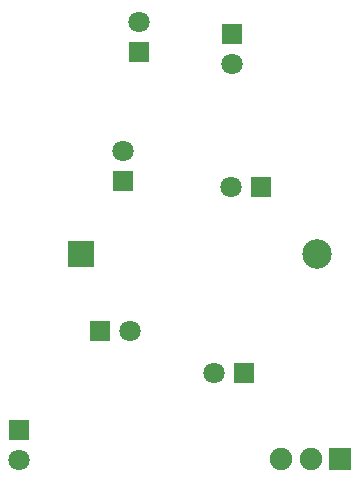
<source format=gbr>
%TF.GenerationSoftware,KiCad,Pcbnew,(6.0.4)*%
%TF.CreationDate,2022-12-10T07:59:11-05:00*%
%TF.ProjectId,christmas tree,63687269-7374-46d6-9173-20747265652e,rev?*%
%TF.SameCoordinates,Original*%
%TF.FileFunction,Copper,L1,Top*%
%TF.FilePolarity,Positive*%
%FSLAX46Y46*%
G04 Gerber Fmt 4.6, Leading zero omitted, Abs format (unit mm)*
G04 Created by KiCad (PCBNEW (6.0.4)) date 2022-12-10 07:59:11*
%MOMM*%
%LPD*%
G01*
G04 APERTURE LIST*
%TA.AperFunction,ComponentPad*%
%ADD10R,1.900000X1.900000*%
%TD*%
%TA.AperFunction,ComponentPad*%
%ADD11C,1.900000*%
%TD*%
%TA.AperFunction,ComponentPad*%
%ADD12R,2.170000X2.170000*%
%TD*%
%TA.AperFunction,ComponentPad*%
%ADD13C,2.500000*%
%TD*%
%TA.AperFunction,ComponentPad*%
%ADD14R,1.800000X1.800000*%
%TD*%
%TA.AperFunction,ComponentPad*%
%ADD15C,1.800000*%
%TD*%
G04 APERTURE END LIST*
D10*
%TO.P,SW1,1,A*%
%TO.N,Net-(BAT1-PadPos)*%
X174623750Y-138906250D03*
D11*
%TO.P,SW1,2,B*%
%TO.N,Net-(D1-Pad2)*%
X172123750Y-138906250D03*
%TO.P,SW1,3*%
%TO.N,N/C*%
X169623750Y-138906250D03*
%TD*%
D12*
%TO.P,BAT1,Neg*%
%TO.N,Net-(BAT1-PadNeg)*%
X152641300Y-121539000D03*
D13*
%TO.P,BAT1,Pos*%
%TO.N,Net-(BAT1-PadPos)*%
X172641300Y-121539000D03*
%TD*%
D14*
%TO.P,D6,1,K*%
%TO.N,Net-(D6-Pad1)*%
X156210000Y-115321000D03*
D15*
%TO.P,D6,2,A*%
%TO.N,Net-(D5-Pad1)*%
X156210000Y-112781000D03*
%TD*%
D14*
%TO.P,D7,1,K*%
%TO.N,Net-(BAT1-PadNeg)*%
X154300000Y-128016000D03*
D15*
%TO.P,D7,2,A*%
%TO.N,Net-(D6-Pad1)*%
X156840000Y-128016000D03*
%TD*%
D14*
%TO.P,D4,1,K*%
%TO.N,Net-(D4-Pad1)*%
X165481000Y-102865000D03*
D15*
%TO.P,D4,2,A*%
%TO.N,Net-(D3-Pad1)*%
X165481000Y-105405000D03*
%TD*%
D14*
%TO.P,D3,1,K*%
%TO.N,Net-(D3-Pad1)*%
X167899000Y-115824000D03*
D15*
%TO.P,D3,2,A*%
%TO.N,Net-(D2-Pad1)*%
X165359000Y-115824000D03*
%TD*%
D14*
%TO.P,D2,1,K*%
%TO.N,Net-(D2-Pad1)*%
X166502000Y-131572000D03*
D15*
%TO.P,D2,2,A*%
%TO.N,Net-(D1-Pad1)*%
X163962000Y-131572000D03*
%TD*%
D14*
%TO.P,D1,1,K*%
%TO.N,Net-(D1-Pad1)*%
X147447000Y-136393000D03*
D15*
%TO.P,D1,2,A*%
%TO.N,Net-(D1-Pad2)*%
X147447000Y-138933000D03*
%TD*%
D14*
%TO.P,D5,1,K*%
%TO.N,Net-(D5-Pad1)*%
X157607000Y-104399000D03*
D15*
%TO.P,D5,2,A*%
%TO.N,Net-(D4-Pad1)*%
X157607000Y-101859000D03*
%TD*%
M02*

</source>
